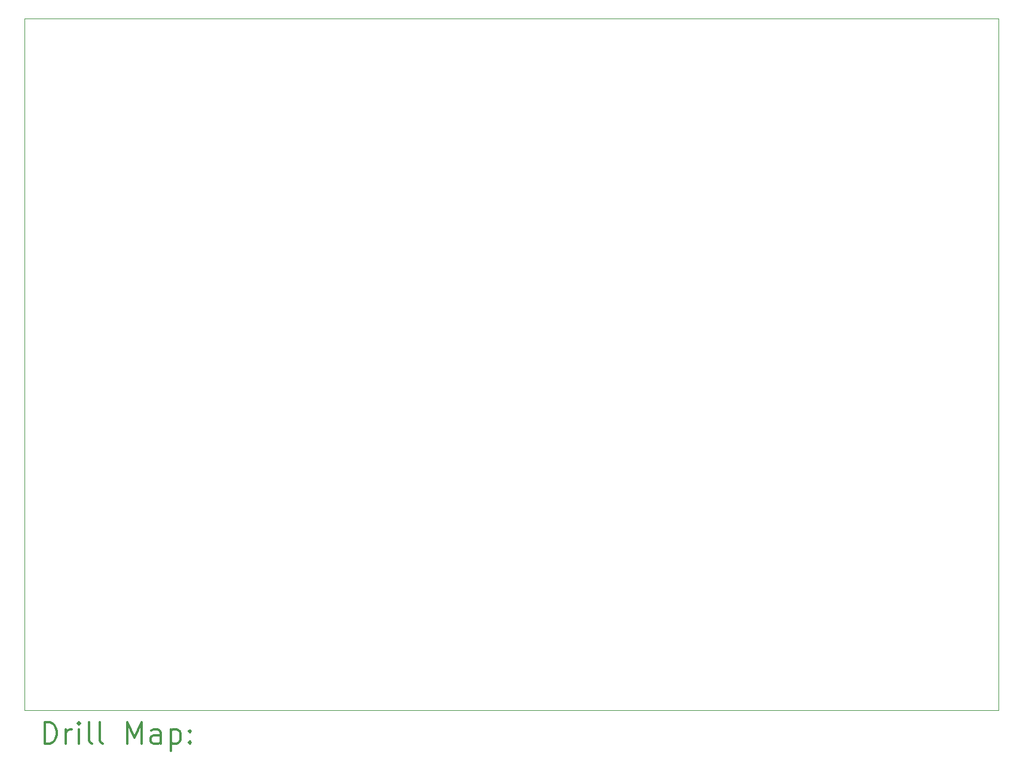
<source format=gbr>
%FSLAX45Y45*%
G04 Gerber Fmt 4.5, Leading zero omitted, Abs format (unit mm)*
G04 Created by KiCad (PCBNEW (5.1.5-0-10_14)) date 2020-05-11 17:30:37*
%MOMM*%
%LPD*%
G04 APERTURE LIST*
%TA.AperFunction,Profile*%
%ADD10C,0.050000*%
%TD*%
%ADD11C,0.200000*%
%ADD12C,0.300000*%
G04 APERTURE END LIST*
D10*
X2735785Y-13086938D02*
X2735785Y-3286938D01*
X11835785Y-3286938D02*
X16535785Y-3286938D01*
X2735785Y-3286938D02*
X11835785Y-3286938D01*
X16535785Y-13086938D02*
X2735785Y-13086938D01*
X16535785Y-3286938D02*
X16535785Y-13086938D01*
D11*
D12*
X3019714Y-13555153D02*
X3019714Y-13255153D01*
X3091142Y-13255153D01*
X3133999Y-13269438D01*
X3162571Y-13298010D01*
X3176857Y-13326581D01*
X3191142Y-13383724D01*
X3191142Y-13426581D01*
X3176857Y-13483724D01*
X3162571Y-13512295D01*
X3133999Y-13540867D01*
X3091142Y-13555153D01*
X3019714Y-13555153D01*
X3319714Y-13555153D02*
X3319714Y-13355153D01*
X3319714Y-13412295D02*
X3333999Y-13383724D01*
X3348285Y-13369438D01*
X3376857Y-13355153D01*
X3405428Y-13355153D01*
X3505428Y-13555153D02*
X3505428Y-13355153D01*
X3505428Y-13255153D02*
X3491142Y-13269438D01*
X3505428Y-13283724D01*
X3519714Y-13269438D01*
X3505428Y-13255153D01*
X3505428Y-13283724D01*
X3691142Y-13555153D02*
X3662571Y-13540867D01*
X3648285Y-13512295D01*
X3648285Y-13255153D01*
X3848285Y-13555153D02*
X3819714Y-13540867D01*
X3805428Y-13512295D01*
X3805428Y-13255153D01*
X4191142Y-13555153D02*
X4191142Y-13255153D01*
X4291142Y-13469438D01*
X4391142Y-13255153D01*
X4391142Y-13555153D01*
X4662571Y-13555153D02*
X4662571Y-13398010D01*
X4648285Y-13369438D01*
X4619714Y-13355153D01*
X4562571Y-13355153D01*
X4534000Y-13369438D01*
X4662571Y-13540867D02*
X4634000Y-13555153D01*
X4562571Y-13555153D01*
X4534000Y-13540867D01*
X4519714Y-13512295D01*
X4519714Y-13483724D01*
X4534000Y-13455153D01*
X4562571Y-13440867D01*
X4634000Y-13440867D01*
X4662571Y-13426581D01*
X4805428Y-13355153D02*
X4805428Y-13655153D01*
X4805428Y-13369438D02*
X4834000Y-13355153D01*
X4891142Y-13355153D01*
X4919714Y-13369438D01*
X4934000Y-13383724D01*
X4948285Y-13412295D01*
X4948285Y-13498010D01*
X4934000Y-13526581D01*
X4919714Y-13540867D01*
X4891142Y-13555153D01*
X4834000Y-13555153D01*
X4805428Y-13540867D01*
X5076857Y-13526581D02*
X5091142Y-13540867D01*
X5076857Y-13555153D01*
X5062571Y-13540867D01*
X5076857Y-13526581D01*
X5076857Y-13555153D01*
X5076857Y-13369438D02*
X5091142Y-13383724D01*
X5076857Y-13398010D01*
X5062571Y-13383724D01*
X5076857Y-13369438D01*
X5076857Y-13398010D01*
M02*

</source>
